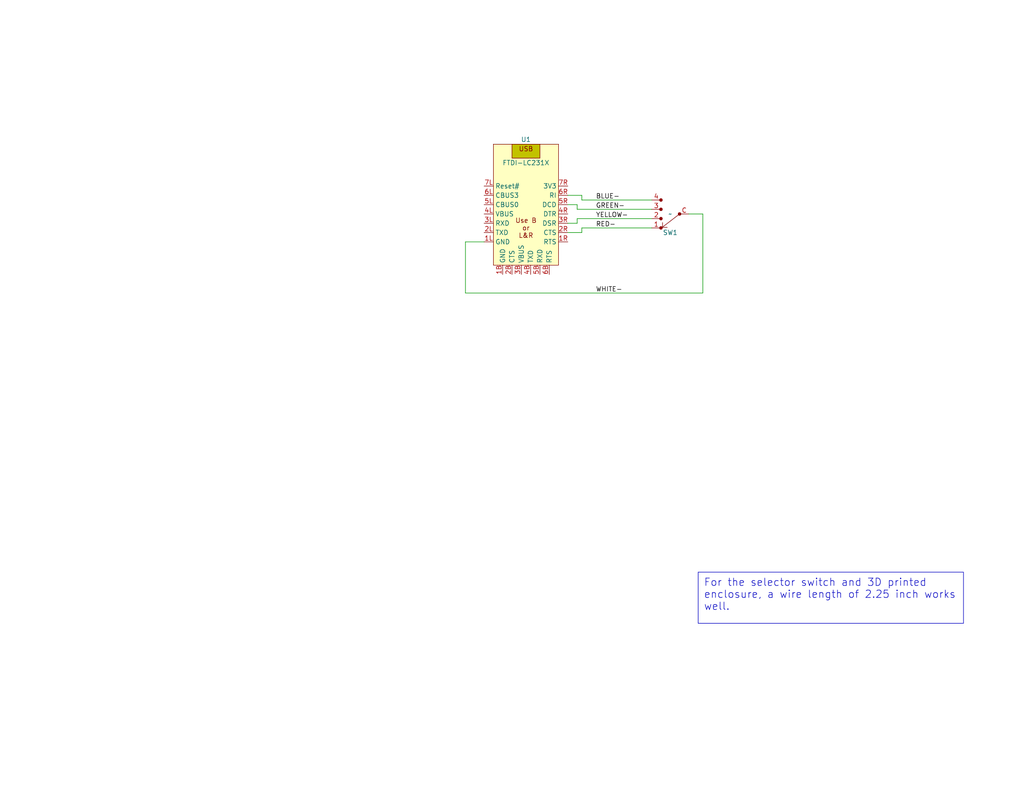
<source format=kicad_sch>
(kicad_sch (version 20230121) (generator eeschema)

  (uuid 0865ab2d-a061-4de5-bd1e-21cfdcfe6f6d)

  (paper "A")

  (title_block
    (title "USB Selector Switch")
    (date "2024-02-04")
    (rev "1.0.0")
    (company "Silky Design (AESilky)")
    (comment 1 "Copyright 2024 AESilky")
    (comment 3 "Physical selector for 1-in-4 configurations")
  )

  (lib_symbols
    (symbol "AES_Library:AES-FTDI_LC231X_USB_FullUART_Module" (in_bom yes) (on_board yes)
      (property "Reference" "U" (at 0 1.27 0)
        (effects (font (size 1.27 1.27)))
      )
      (property "Value" "FTDI-LC231X" (at 0 -5.08 0)
        (effects (font (size 1.27 1.27)))
      )
      (property "Footprint" "" (at 0 0 0)
        (effects (font (size 1.27 1.27)) hide)
      )
      (property "Datasheet" "" (at 0 0 0)
        (effects (font (size 1.27 1.27)) hide)
      )
      (property "ki_keywords" "FTDI FT231X USB UART" (at 0 0 0)
        (effects (font (size 1.27 1.27)) hide)
      )
      (property "ki_description" "LC231X USB to Full UART module" (at 0 0 0)
        (effects (font (size 1.27 1.27)) hide)
      )
      (symbol "AES-FTDI_LC231X_USB_FullUART_Module_1_1"
        (rectangle (start -8.89 0) (end 8.89 -33.02)
          (stroke (width 0) (type default))
          (fill (type background))
        )
        (rectangle (start -3.81 0) (end 3.81 -3.81)
          (stroke (width 0) (type default))
          (fill (type color) (color 194 194 0 1))
        )
        (text "USB" (at 0 -1.27 0)
          (effects (font (size 1.27 1.27)))
        )
        (text "Use B\nor\nL&R" (at 0 -22.86 0)
          (effects (font (size 1.27 1.27)))
        )
        (pin power_out line (at -6.35 -35.56 90) (length 2.54)
          (name "GND" (effects (font (size 1.27 1.27))))
          (number "1B" (effects (font (size 1.27 1.27))))
        )
        (pin power_out line (at -11.43 -26.67 0) (length 2.54)
          (name "GND" (effects (font (size 1.27 1.27))))
          (number "1L" (effects (font (size 1.27 1.27))))
        )
        (pin output line (at 11.43 -26.67 180) (length 2.54)
          (name "RTS" (effects (font (size 1.27 1.27))))
          (number "1R" (effects (font (size 1.27 1.27))))
        )
        (pin input line (at -3.81 -35.56 90) (length 2.54)
          (name "CTS" (effects (font (size 1.27 1.27))))
          (number "2B" (effects (font (size 1.27 1.27))))
        )
        (pin output line (at -11.43 -24.13 0) (length 2.54)
          (name "TXD" (effects (font (size 1.27 1.27))))
          (number "2L" (effects (font (size 1.27 1.27))))
        )
        (pin input line (at 11.43 -24.13 180) (length 2.54)
          (name "CTS" (effects (font (size 1.27 1.27))))
          (number "2R" (effects (font (size 1.27 1.27))))
        )
        (pin power_out line (at -1.27 -35.56 90) (length 2.54)
          (name "VBUS" (effects (font (size 1.27 1.27))))
          (number "3B" (effects (font (size 1.27 1.27))))
        )
        (pin input line (at -11.43 -21.59 0) (length 2.54)
          (name "RXD" (effects (font (size 1.27 1.27))))
          (number "3L" (effects (font (size 1.27 1.27))))
        )
        (pin input line (at 11.43 -21.59 180) (length 2.54)
          (name "DSR" (effects (font (size 1.27 1.27))))
          (number "3R" (effects (font (size 1.27 1.27))))
        )
        (pin output line (at 1.27 -35.56 90) (length 2.54)
          (name "TXD" (effects (font (size 1.27 1.27))))
          (number "4B" (effects (font (size 1.27 1.27))))
        )
        (pin power_out line (at -11.43 -19.05 0) (length 2.54)
          (name "VBUS" (effects (font (size 1.27 1.27))))
          (number "4L" (effects (font (size 1.27 1.27))))
        )
        (pin output line (at 11.43 -19.05 180) (length 2.54)
          (name "DTR" (effects (font (size 1.27 1.27))))
          (number "4R" (effects (font (size 1.27 1.27))))
        )
        (pin input line (at 3.81 -35.56 90) (length 2.54)
          (name "RXD" (effects (font (size 1.27 1.27))))
          (number "5B" (effects (font (size 1.27 1.27))))
        )
        (pin unspecified line (at -11.43 -16.51 0) (length 2.54)
          (name "CBUS0" (effects (font (size 1.27 1.27))))
          (number "5L" (effects (font (size 1.27 1.27))))
        )
        (pin input line (at 11.43 -16.51 180) (length 2.54)
          (name "DCD" (effects (font (size 1.27 1.27))))
          (number "5R" (effects (font (size 1.27 1.27))))
        )
        (pin output line (at 6.35 -35.56 90) (length 2.54)
          (name "RTS" (effects (font (size 1.27 1.27))))
          (number "6B" (effects (font (size 1.27 1.27))))
        )
        (pin unspecified line (at -11.43 -13.97 0) (length 2.54)
          (name "CBUS3" (effects (font (size 1.27 1.27))))
          (number "6L" (effects (font (size 1.27 1.27))))
        )
        (pin input line (at 11.43 -13.97 180) (length 2.54)
          (name "RI" (effects (font (size 1.27 1.27))))
          (number "6R" (effects (font (size 1.27 1.27))))
        )
        (pin input line (at -11.43 -11.43 0) (length 2.54)
          (name "Reset#" (effects (font (size 1.27 1.27))))
          (number "7L" (effects (font (size 1.27 1.27))))
        )
        (pin power_out line (at 11.43 -11.43 180) (length 2.54)
          (name "3V3" (effects (font (size 1.27 1.27))))
          (number "7R" (effects (font (size 1.27 1.27))))
        )
      )
    )
    (symbol "AES_Library:AES-RotarySW-1of4" (pin_names (offset 0) hide) (in_bom yes) (on_board yes)
      (property "Reference" "SW" (at 0 6.35 0)
        (effects (font (size 1.27 1.27)))
      )
      (property "Value" "" (at 0 0 0)
        (effects (font (size 1.27 1.27)))
      )
      (property "Footprint" "" (at 0 0 0)
        (effects (font (size 1.27 1.27)) hide)
      )
      (property "Datasheet" "" (at 0 0 0)
        (effects (font (size 1.27 1.27)) hide)
      )
      (symbol "AES-RotarySW-1of4_1_1"
        (circle (center -2.54 0) (radius 0.3894)
          (stroke (width 0) (type default))
          (fill (type outline))
        )
        (polyline
          (pts
            (xy -2.54 0)
            (xy 2.1054 3.575)
          )
          (stroke (width 0) (type default))
          (fill (type none))
        )
        (polyline
          (pts
            (xy 0.8195 3.6597)
            (xy 2.0895 3.6597)
          )
          (stroke (width 0) (type default))
          (fill (type none))
        )
        (polyline
          (pts
            (xy 2.1045 3.6174)
            (xy 2.1045 2.3474)
          )
          (stroke (width 0) (type default))
          (fill (type none))
        )
        (circle (center 2.54 -3.81) (radius 0.3894)
          (stroke (width 0) (type default))
          (fill (type outline))
        )
        (circle (center 2.54 -1.27) (radius 0.3894)
          (stroke (width 0) (type default))
          (fill (type outline))
        )
        (circle (center 2.54 1.27) (radius 0.3894)
          (stroke (width 0) (type default))
          (fill (type outline))
        )
        (circle (center 2.54 3.81) (radius 0.3894)
          (stroke (width 0) (type default))
          (fill (type outline))
        )
        (pin passive line (at 5.08 3.81 180) (length 2.54)
          (name "A" (effects (font (size 1.27 1.27))))
          (number "1" (effects (font (size 1.27 1.27))))
        )
        (pin passive line (at 5.08 1.27 180) (length 2.54)
          (name "B" (effects (font (size 1.27 1.27))))
          (number "2" (effects (font (size 1.27 1.27))))
        )
        (pin passive line (at 5.08 -1.27 180) (length 2.54)
          (name "C" (effects (font (size 1.27 1.27))))
          (number "3" (effects (font (size 1.27 1.27))))
        )
        (pin passive line (at 5.08 -3.81 180) (length 2.54)
          (name "D" (effects (font (size 1.27 1.27))))
          (number "4" (effects (font (size 1.27 1.27))))
        )
        (pin passive line (at -5.08 0 0) (length 2.54)
          (name "Common" (effects (font (size 1.27 1.27))))
          (number "C" (effects (font (size 1.27 1.27))))
        )
      )
    )
  )


  (wire (pts (xy 191.77 58.42) (xy 191.77 80.01))
    (stroke (width 0) (type default))
    (uuid 0689d50f-ef0d-4c41-bf9a-177dcc6c156e)
  )
  (wire (pts (xy 157.48 60.96) (xy 154.94 60.96))
    (stroke (width 0) (type default))
    (uuid 1691ce4c-4734-4280-8e88-9a40a9f850a8)
  )
  (wire (pts (xy 191.77 80.01) (xy 127 80.01))
    (stroke (width 0) (type default))
    (uuid 1c741e89-5dcb-4cf2-9d53-e738b5a8d064)
  )
  (wire (pts (xy 158.75 62.23) (xy 158.75 63.5))
    (stroke (width 0) (type default))
    (uuid 3641639e-ea93-43a1-a6e4-99e1bf17c85e)
  )
  (wire (pts (xy 177.8 59.69) (xy 157.48 59.69))
    (stroke (width 0) (type default))
    (uuid 544063cf-d548-4069-8178-f33d5a46340c)
  )
  (wire (pts (xy 127 66.04) (xy 132.08 66.04))
    (stroke (width 0) (type default))
    (uuid 54d439c3-4d6c-4f19-8c61-82d4d1a0afb4)
  )
  (wire (pts (xy 157.48 57.15) (xy 157.48 55.88))
    (stroke (width 0) (type default))
    (uuid 62a9c7b9-5e23-4782-a5f1-662d25a38324)
  )
  (wire (pts (xy 177.8 54.61) (xy 158.75 54.61))
    (stroke (width 0) (type default))
    (uuid 6e1e1010-5162-4b23-8efd-fba7a42811c1)
  )
  (wire (pts (xy 157.48 55.88) (xy 154.94 55.88))
    (stroke (width 0) (type default))
    (uuid 7d428a1f-cddd-4a9b-9cb6-e60cb7830e6b)
  )
  (wire (pts (xy 177.8 62.23) (xy 158.75 62.23))
    (stroke (width 0) (type default))
    (uuid 910729e4-c5f3-4904-afdb-fc12762e90ad)
  )
  (wire (pts (xy 158.75 53.34) (xy 154.94 53.34))
    (stroke (width 0) (type default))
    (uuid aaa430f3-1fe2-4c7a-b576-d4c88f54d893)
  )
  (wire (pts (xy 187.96 58.42) (xy 191.77 58.42))
    (stroke (width 0) (type default))
    (uuid b7c89147-a514-45d8-982a-781f3b4b2397)
  )
  (wire (pts (xy 158.75 54.61) (xy 158.75 53.34))
    (stroke (width 0) (type default))
    (uuid b814f992-2c32-41bc-86df-1153f4b3920d)
  )
  (wire (pts (xy 158.75 63.5) (xy 154.94 63.5))
    (stroke (width 0) (type default))
    (uuid c2eedf1f-bff2-40b5-9219-d7910f29f9ca)
  )
  (wire (pts (xy 127 80.01) (xy 127 66.04))
    (stroke (width 0) (type default))
    (uuid e24b69cc-ab3b-47a3-b715-9b6ccbeca4d3)
  )
  (wire (pts (xy 157.48 59.69) (xy 157.48 60.96))
    (stroke (width 0) (type default))
    (uuid f51103b1-67a3-43eb-8092-be8f0f0bb7db)
  )
  (wire (pts (xy 177.8 57.15) (xy 157.48 57.15))
    (stroke (width 0) (type default))
    (uuid fb3f6556-1cac-44e4-bca1-a02e6674f812)
  )

  (text_box "For the selector switch and 3D printed enclosure, a wire length of 2.25 inch works well."
    (at 190.5 156.21 0) (size 72.39 13.97)
    (stroke (width 0) (type default))
    (fill (type none))
    (effects (font (size 2.032 2.032)) (justify left top))
    (uuid 70e1757b-6cb0-4ae4-ba12-3832a43045b2)
  )

  (label "WHITE-" (at 162.56 80.01 0) (fields_autoplaced)
    (effects (font (size 1.27 1.27)) (justify left bottom))
    (uuid 0a963afe-f5cc-49eb-8d01-e92e5e5f00db)
  )
  (label "GREEN-" (at 162.56 57.15 0) (fields_autoplaced)
    (effects (font (size 1.27 1.27)) (justify left bottom))
    (uuid 16d56332-c9ea-4825-a8c2-8eca5c5eea3f)
  )
  (label "YELLOW-" (at 162.56 59.69 0) (fields_autoplaced)
    (effects (font (size 1.27 1.27)) (justify left bottom))
    (uuid 552f20c6-fb68-4c85-9b9d-24402e092138)
  )
  (label "RED-" (at 162.56 62.23 0) (fields_autoplaced)
    (effects (font (size 1.27 1.27)) (justify left bottom))
    (uuid c02c31af-d498-4629-b112-5d891f8703eb)
  )
  (label "BLUE-" (at 162.56 54.61 0) (fields_autoplaced)
    (effects (font (size 1.27 1.27)) (justify left bottom))
    (uuid ee7b2556-909b-4231-a1b8-fe2ac7a588ad)
  )

  (symbol (lib_id "AES_Library:AES-FTDI_LC231X_USB_FullUART_Module") (at 143.51 39.37 0) (unit 1)
    (in_bom yes) (on_board yes) (dnp no)
    (uuid 56588879-4eec-44e4-ad80-3b5ca221cfc9)
    (property "Reference" "U1" (at 143.51 38.1 0)
      (effects (font (size 1.27 1.27)))
    )
    (property "Value" "FTDI-LC231X" (at 143.51 44.45 0)
      (effects (font (size 1.27 1.27)))
    )
    (property "Footprint" "" (at 143.51 39.37 0)
      (effects (font (size 1.27 1.27)) hide)
    )
    (property "Datasheet" "" (at 143.51 39.37 0)
      (effects (font (size 1.27 1.27)) hide)
    )
    (pin "1B" (uuid 3e383f59-18a3-49e1-b06e-0e0b5b28dfce))
    (pin "1L" (uuid 9e9e6e3a-bcd4-4277-bdf4-4a144e023c4f))
    (pin "1R" (uuid 00aaffcb-dbdb-422f-bba2-9496e242ba02))
    (pin "2B" (uuid 53de8bb8-c7da-4e78-97d9-19b8fcaac959))
    (pin "2L" (uuid 735f9f2d-284a-4192-a74e-a4c92ca85f0b))
    (pin "2R" (uuid d5f11c65-d889-475b-bb0c-4b4d83a547cd))
    (pin "3B" (uuid 9bc7357d-8faf-4a79-9f8d-dcd9cc03350a))
    (pin "3L" (uuid f6588808-9e7c-4af5-a28e-ac55e40ab0c8))
    (pin "3R" (uuid 622a4191-9783-41b0-ab8b-3793fde8a929))
    (pin "4B" (uuid 89cadef4-7943-49b6-b68f-88e454b92458))
    (pin "4L" (uuid 561efe40-21f7-49ff-bb57-c81621e3c435))
    (pin "4R" (uuid 78de0d9a-5d56-45fb-916d-31c487ff68f3))
    (pin "5B" (uuid c3bd1fa9-903b-4c8c-a5d8-1abe88a8f6db))
    (pin "5L" (uuid d5b41875-2ca7-4126-9af0-50296f1b1fd0))
    (pin "5R" (uuid 1357e699-1b92-46f2-a7b6-114b4e9f668b))
    (pin "6B" (uuid b5253e42-5647-4ce3-a3e6-c9d3fe83b5a5))
    (pin "6L" (uuid 7297256b-8176-4205-960c-19166e633331))
    (pin "6R" (uuid f112c699-a6c6-42ff-99ad-b34c17a7b0d1))
    (pin "7L" (uuid af7b8065-1c70-45e6-a5e8-ee7b2cc3bcca))
    (pin "7R" (uuid 505d2a8b-f5bb-4cc7-84ed-0eb907b20f94))
    (instances
      (project "Selector-Switch"
        (path "/0865ab2d-a061-4de5-bd1e-21cfdcfe6f6d"
          (reference "U1") (unit 1)
        )
      )
    )
  )

  (symbol (lib_id "AES_Library:AES-RotarySW-1of4") (at 182.88 58.42 180) (unit 1)
    (in_bom yes) (on_board yes) (dnp no)
    (uuid bed474c1-5284-415d-a814-88bc9e9b80f3)
    (property "Reference" "SW1" (at 182.88 63.5 0)
      (effects (font (size 1.27 1.27)))
    )
    (property "Value" "~" (at 182.88 58.42 0)
      (effects (font (size 1.27 1.27)))
    )
    (property "Footprint" "" (at 182.88 58.42 0)
      (effects (font (size 1.27 1.27)) hide)
    )
    (property "Datasheet" "" (at 182.88 58.42 0)
      (effects (font (size 1.27 1.27)) hide)
    )
    (pin "1" (uuid 5d8baf4b-73b6-4533-a27f-a686b1f1c13c))
    (pin "2" (uuid 6ce19332-00c1-41d3-934b-58db861b0c97))
    (pin "3" (uuid e1987ea9-2b28-4a8a-bf02-e9f61b82a765))
    (pin "4" (uuid 4f2ebbd9-500e-4cbf-a482-b85dcb0c0984))
    (pin "C" (uuid 8c042fbc-94d8-48b9-9c72-c592727345cd))
    (instances
      (project "Selector-Switch"
        (path "/0865ab2d-a061-4de5-bd1e-21cfdcfe6f6d"
          (reference "SW1") (unit 1)
        )
      )
    )
  )

  (sheet_instances
    (path "/" (page "1"))
  )
)

</source>
